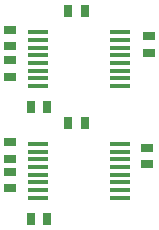
<source format=gbr>
%TF.GenerationSoftware,KiCad,Pcbnew,7.0.5*%
%TF.CreationDate,2023-06-07T11:30:44+03:00*%
%TF.ProjectId,RS232-2__1,52533233-322d-4325-9fb1-312e6b696361,rev?*%
%TF.SameCoordinates,Original*%
%TF.FileFunction,Paste,Top*%
%TF.FilePolarity,Positive*%
%FSLAX46Y46*%
G04 Gerber Fmt 4.6, Leading zero omitted, Abs format (unit mm)*
G04 Created by KiCad (PCBNEW 7.0.5) date 2023-06-07 11:30:44*
%MOMM*%
%LPD*%
G01*
G04 APERTURE LIST*
%ADD10R,0.780000X0.980000*%
%ADD11R,0.980000X0.780000*%
%ADD12R,1.705000X0.450000*%
G04 APERTURE END LIST*
D10*
%TO.C,C9*%
X109040000Y-97860000D03*
X107640000Y-97860000D03*
%TD*%
D11*
%TO.C,C1*%
X105830000Y-83240000D03*
X105830000Y-81840000D03*
%TD*%
D10*
%TO.C,C7*%
X112210000Y-89750000D03*
X110810000Y-89750000D03*
%TD*%
D11*
%TO.C,C5*%
X117500000Y-93260000D03*
X117500000Y-91860000D03*
%TD*%
D10*
%TO.C,C4*%
X109040000Y-88420000D03*
X107640000Y-88420000D03*
%TD*%
%TO.C,C3*%
X112210000Y-80280000D03*
X110810000Y-80280000D03*
%TD*%
D11*
%TO.C,C10*%
X117670000Y-83800000D03*
X117670000Y-82400000D03*
%TD*%
D12*
%TO.C,IC2*%
X108202000Y-91535000D03*
X108202000Y-92185000D03*
X108202000Y-92835000D03*
X108202000Y-93485000D03*
X108202000Y-94135000D03*
X108202000Y-94785000D03*
X108202000Y-95435000D03*
X108202000Y-96085000D03*
X115198000Y-96085000D03*
X115198000Y-95435000D03*
X115198000Y-94785000D03*
X115198000Y-94135000D03*
X115198000Y-93485000D03*
X115198000Y-92835000D03*
X115198000Y-92185000D03*
X115198000Y-91535000D03*
%TD*%
D11*
%TO.C,C6*%
X105830000Y-92790000D03*
X105830000Y-91390000D03*
%TD*%
%TO.C,C2*%
X105830000Y-85820000D03*
X105830000Y-84420000D03*
%TD*%
%TO.C,C8*%
X105830000Y-95270000D03*
X105830000Y-93870000D03*
%TD*%
D12*
%TO.C,IC1*%
X108202000Y-82085000D03*
X108202000Y-82735000D03*
X108202000Y-83385000D03*
X108202000Y-84035000D03*
X108202000Y-84685000D03*
X108202000Y-85335000D03*
X108202000Y-85985000D03*
X108202000Y-86635000D03*
X115198000Y-86635000D03*
X115198000Y-85985000D03*
X115198000Y-85335000D03*
X115198000Y-84685000D03*
X115198000Y-84035000D03*
X115198000Y-83385000D03*
X115198000Y-82735000D03*
X115198000Y-82085000D03*
%TD*%
M02*

</source>
